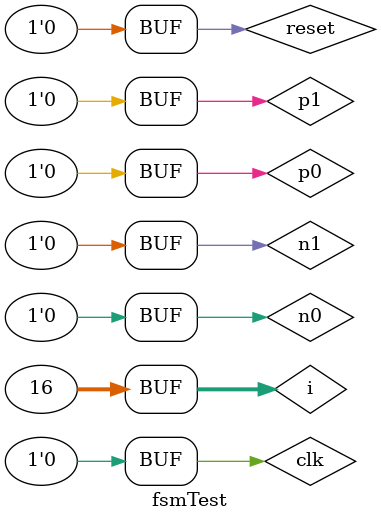
<source format=v>
`timescale 1ns / 1ps


module fsmTest;

	// Inputs
	reg x;
	reg clk;
	reg reset;

	// Outputs
	wire z;
	
	wire p1=0;
	wire p0 =0;
	wire n1 =0;
	wire n0 = 0;
	integer i;

	// Instantiate the Unit Under Test (UUT)
	fsm_struc uut (
		.x(x), 
		.z(z), 
		.clk(clk), 
		.reset(reset)
	);

	initial begin
		// Initialize Inputs
		x = 0;
		clk = 0;
		reset = 1;

		// Wait 100 ns for global reset to finish
		//#100;
		#10 reset = 0;
		
		for(i=0; i<=15; i=i+1)
		begin
			x= $random %2;
			#5 clk=1;
			#5 clk=0;
			$display ( " Previous State = " , uut.p1, uut.p0, " Output State = " , uut.n1, uut.n0);
		end
        
		// Add stimulus here

	end
      
endmodule


</source>
